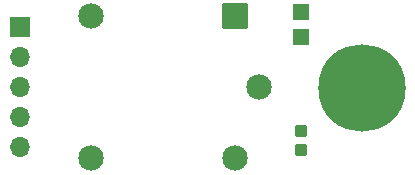
<source format=gbr>
%TF.GenerationSoftware,KiCad,Pcbnew,8.0.7*%
%TF.CreationDate,2025-03-16T23:49:03-07:00*%
%TF.ProjectId,RelaySwitchCompact,52656c61-7953-4776-9974-6368436f6d70,rev?*%
%TF.SameCoordinates,Original*%
%TF.FileFunction,Soldermask,Top*%
%TF.FilePolarity,Negative*%
%FSLAX46Y46*%
G04 Gerber Fmt 4.6, Leading zero omitted, Abs format (unit mm)*
G04 Created by KiCad (PCBNEW 8.0.7) date 2025-03-16 23:49:03*
%MOMM*%
%LPD*%
G01*
G04 APERTURE LIST*
G04 Aperture macros list*
%AMRoundRect*
0 Rectangle with rounded corners*
0 $1 Rounding radius*
0 $2 $3 $4 $5 $6 $7 $8 $9 X,Y pos of 4 corners*
0 Add a 4 corners polygon primitive as box body*
4,1,4,$2,$3,$4,$5,$6,$7,$8,$9,$2,$3,0*
0 Add four circle primitives for the rounded corners*
1,1,$1+$1,$2,$3*
1,1,$1+$1,$4,$5*
1,1,$1+$1,$6,$7*
1,1,$1+$1,$8,$9*
0 Add four rect primitives between the rounded corners*
20,1,$1+$1,$2,$3,$4,$5,0*
20,1,$1+$1,$4,$5,$6,$7,0*
20,1,$1+$1,$6,$7,$8,$9,0*
20,1,$1+$1,$8,$9,$2,$3,0*%
G04 Aperture macros list end*
%ADD10RoundRect,0.102000X-0.975000X0.975000X-0.975000X-0.975000X0.975000X-0.975000X0.975000X0.975000X0*%
%ADD11C,2.154000*%
%ADD12R,1.700000X1.700000*%
%ADD13O,1.700000X1.700000*%
%ADD14RoundRect,0.102000X-0.600000X0.600000X-0.600000X-0.600000X0.600000X-0.600000X0.600000X0.600000X0*%
%ADD15RoundRect,0.102000X-0.400000X0.400000X-0.400000X-0.400000X0.400000X-0.400000X0.400000X0.400000X0*%
%ADD16C,7.400000*%
G04 APERTURE END LIST*
D10*
%TO.C,K1*%
X170500000Y-97400000D03*
D11*
X172500000Y-103400000D03*
X170500000Y-109400000D03*
X158300000Y-109400000D03*
X158300000Y-97400000D03*
%TD*%
D12*
%TO.C,J1*%
X152300000Y-98260000D03*
D13*
X152300000Y-100800000D03*
X152300000Y-103340000D03*
X152300000Y-105880000D03*
X152300000Y-108420000D03*
%TD*%
D14*
%TO.C,LED2*%
X176100000Y-99150000D03*
X176100000Y-97050000D03*
%TD*%
D15*
%TO.C,LED1*%
X176100000Y-108725000D03*
X176100000Y-107075000D03*
%TD*%
D16*
%TO.C,H1*%
X181260000Y-103500000D03*
%TD*%
M02*

</source>
